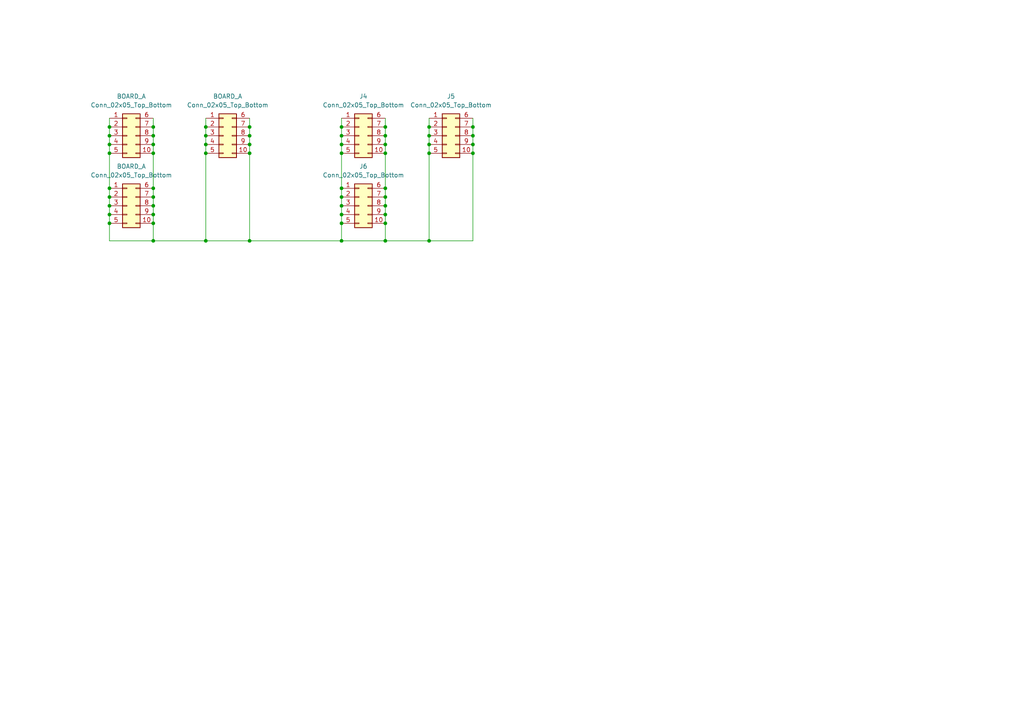
<source format=kicad_sch>
(kicad_sch (version 20211123) (generator eeschema)
  (paper "A4")
  (lib_symbols
    (symbol "Connector_Generic:Conn_02x05_Top_Bottom" (pin_names (offset 1.016) hide)
      (property "Reference" "J" (at 1.27 7.62 0))
      (property "Value" "Conn_02x05_Top_Bottom" (at 1.27 -7.62 0))
      (symbol "Conn_02x05_Top_Bottom_1_1"
        (rectangle (start -1.27 -4.953) (end 0 -5.207) (stroke (width 0.1524)))
        (rectangle (start -1.27 -2.413) (end 0 -2.667) (stroke (width 0.1524)))
        (rectangle (start -1.27 0.127) (end 0 -0.127) (stroke (width 0.1524)))
        (rectangle (start -1.27 2.667) (end 0 2.413) (stroke (width 0.1524)))
        (rectangle (start -1.27 5.207) (end 0 4.953) (stroke (width 0.1524)))
        (rectangle (start -1.27 6.35) (end 3.81 -6.35) (stroke (width 0.254)) (fill (type background)))
        (rectangle (start 3.81 -4.953) (end 2.54 -5.207) (stroke (width 0.1524)))
        (rectangle (start 3.81 -2.413) (end 2.54 -2.667) (stroke (width 0.1524)))
        (rectangle (start 3.81 0.127) (end 2.54 -0.127) (stroke (width 0.1524)))
        (rectangle (start 3.81 2.667) (end 2.54 2.413) (stroke (width 0.1524)))
        (rectangle (start 3.81 5.207) (end 2.54 4.953) (stroke (width 0.1524)))
        (pin passive line (at -5.08 5.08 0) (length 3.81) (name "Pin_1") (number "1"))
        (pin passive line (at 7.62 -5.08 180) (length 3.81) (name "Pin_10") (number "10"))
        (pin passive line (at -5.08 2.54 0) (length 3.81) (name "Pin_2") (number "2"))
        (pin passive line (at -5.08 0 0) (length 3.81) (name "Pin_3") (number "3"))
        (pin passive line (at -5.08 -2.54 0) (length 3.81) (name "Pin_4") (number "4"))
        (pin passive line (at -5.08 -5.08 0) (length 3.81) (name "Pin_5") (number "5"))
        (pin passive line (at 7.62 5.08 180) (length 3.81) (name "Pin_6") (number "6"))
        (pin passive line (at 7.62 2.54 180) (length 3.81) (name "Pin_7") (number "7"))
        (pin passive line (at 7.62 0 180) (length 3.81) (name "Pin_8") (number "8"))
        (pin passive line (at 7.62 -2.54 180) (length 3.81) (name "Pin_9") (number "9"))
      )
    )
  )
  (junction (at 72.39 39.37))
  (junction (at 44.45 59.69))
  (junction (at 99.06 44.45))
  (junction (at 72.39 36.83))
  (junction (at 99.06 36.83))
  (junction (at 44.45 44.45))
  (junction (at 31.75 39.37))
  (junction (at 124.46 69.85))
  (junction (at 44.45 62.23))
  (junction (at 72.39 44.45))
  (junction (at 59.69 44.45))
  (junction (at 44.45 41.91))
  (junction (at 31.75 41.91))
  (junction (at 44.45 57.15))
  (junction (at 137.16 41.91))
  (junction (at 111.76 36.83))
  (junction (at 99.06 54.61))
  (junction (at 124.46 36.83))
  (junction (at 99.06 69.85))
  (junction (at 31.75 36.83))
  (junction (at 99.06 57.15))
  (junction (at 137.16 44.45))
  (junction (at 137.16 36.83))
  (junction (at 72.39 41.91))
  (junction (at 137.16 39.37))
  (junction (at 99.06 64.77))
  (junction (at 31.75 64.77))
  (junction (at 99.06 62.23))
  (junction (at 31.75 59.69))
  (junction (at 59.69 36.83))
  (junction (at 31.75 57.15))
  (junction (at 44.45 54.61))
  (junction (at 59.69 41.91))
  (junction (at 111.76 57.15))
  (junction (at 31.75 54.61))
  (junction (at 59.69 39.37))
  (junction (at 124.46 39.37))
  (junction (at 124.46 44.45))
  (junction (at 59.69 69.85))
  (junction (at 72.39 69.85))
  (junction (at 31.75 44.45))
  (junction (at 111.76 44.45))
  (junction (at 111.76 59.69))
  (junction (at 99.06 39.37))
  (junction (at 44.45 36.83))
  (junction (at 111.76 39.37))
  (junction (at 44.45 64.77))
  (junction (at 44.45 69.85))
  (junction (at 111.76 54.61))
  (junction (at 111.76 69.85))
  (junction (at 99.06 41.91))
  (junction (at 124.46 41.91))
  (junction (at 111.76 41.91))
  (junction (at 111.76 64.77))
  (junction (at 31.75 62.23))
  (junction (at 111.76 62.23))
  (junction (at 44.45 39.37))
  (junction (at 99.06 59.69))
  (wire (pts (xy 59.69 39.37) (xy 59.69 41.91)))
  (wire (pts (xy 99.06 34.29) (xy 99.06 36.83)))
  (wire (pts (xy 59.69 41.91) (xy 59.69 44.45)))
  (wire (pts (xy 72.39 41.91) (xy 72.39 44.45)))
  (wire (pts (xy 31.75 36.83) (xy 31.75 39.37)))
  (wire (pts (xy 31.75 54.61) (xy 31.75 57.15)))
  (wire (pts (xy 137.16 69.85) (xy 124.46 69.85)))
  (wire (pts (xy 44.45 54.61) (xy 44.45 57.15)))
  (wire (pts (xy 44.45 64.77) (xy 44.45 69.85)))
  (wire (pts (xy 72.39 39.37) (xy 72.39 41.91)))
  (wire (pts (xy 44.45 36.83) (xy 44.45 39.37)))
  (wire (pts (xy 31.75 69.85) (xy 44.45 69.85)))
  (wire (pts (xy 72.39 34.29) (xy 72.39 36.83)))
  (wire (pts (xy 72.39 36.83) (xy 72.39 39.37)))
  (wire (pts (xy 111.76 41.91) (xy 111.76 44.45)))
  (wire (pts (xy 44.45 62.23) (xy 44.45 64.77)))
  (wire (pts (xy 111.76 64.77) (xy 111.76 69.85)))
  (wire (pts (xy 59.69 34.29) (xy 59.69 36.83)))
  (wire (pts (xy 59.69 36.83) (xy 59.69 39.37)))
  (wire (pts (xy 111.76 54.61) (xy 111.76 57.15)))
  (wire (pts (xy 137.16 36.83) (xy 137.16 39.37)))
  (wire (pts (xy 99.06 57.15) (xy 99.06 59.69)))
  (wire (pts (xy 124.46 34.29) (xy 124.46 36.83)))
  (wire (pts (xy 111.76 57.15) (xy 111.76 59.69)))
  (wire (pts (xy 137.16 39.37) (xy 137.16 41.91)))
  (wire (pts (xy 124.46 44.45) (xy 124.46 69.85)))
  (wire (pts (xy 44.45 69.85) (xy 59.69 69.85)))
  (wire (pts (xy 111.76 59.69) (xy 111.76 62.23)))
  (wire (pts (xy 137.16 34.29) (xy 137.16 36.83)))
  (wire (pts (xy 99.06 36.83) (xy 99.06 39.37)))
  (wire (pts (xy 99.06 64.77) (xy 99.06 69.85)))
  (wire (pts (xy 72.39 44.45) (xy 72.39 69.85)))
  (wire (pts (xy 44.45 34.29) (xy 44.45 36.83)))
  (wire (pts (xy 31.75 41.91) (xy 31.75 44.45)))
  (wire (pts (xy 31.75 64.77) (xy 31.75 69.85)))
  (wire (pts (xy 44.45 39.37) (xy 44.45 41.91)))
  (wire (pts (xy 99.06 54.61) (xy 99.06 57.15)))
  (wire (pts (xy 72.39 69.85) (xy 59.69 69.85)))
  (wire (pts (xy 44.45 44.45) (xy 44.45 54.61)))
  (wire (pts (xy 124.46 41.91) (xy 124.46 44.45)))
  (wire (pts (xy 124.46 39.37) (xy 124.46 41.91)))
  (wire (pts (xy 111.76 44.45) (xy 111.76 54.61)))
  (wire (pts (xy 31.75 34.29) (xy 31.75 36.83)))
  (wire (pts (xy 111.76 69.85) (xy 124.46 69.85)))
  (wire (pts (xy 111.76 36.83) (xy 111.76 39.37)))
  (wire (pts (xy 44.45 57.15) (xy 44.45 59.69)))
  (wire (pts (xy 31.75 62.23) (xy 31.75 64.77)))
  (wire (pts (xy 59.69 44.45) (xy 59.69 69.85)))
  (wire (pts (xy 124.46 36.83) (xy 124.46 39.37)))
  (wire (pts (xy 31.75 57.15) (xy 31.75 59.69)))
  (wire (pts (xy 137.16 41.91) (xy 137.16 44.45)))
  (wire (pts (xy 111.76 69.85) (xy 99.06 69.85)))
  (wire (pts (xy 31.75 39.37) (xy 31.75 41.91)))
  (wire (pts (xy 111.76 34.29) (xy 111.76 36.83)))
  (wire (pts (xy 44.45 59.69) (xy 44.45 62.23)))
  (wire (pts (xy 111.76 62.23) (xy 111.76 64.77)))
  (wire (pts (xy 111.76 39.37) (xy 111.76 41.91)))
  (wire (pts (xy 99.06 41.91) (xy 99.06 44.45)))
  (wire (pts (xy 44.45 41.91) (xy 44.45 44.45)))
  (wire (pts (xy 99.06 39.37) (xy 99.06 41.91)))
  (wire (pts (xy 31.75 44.45) (xy 31.75 54.61)))
  (wire (pts (xy 99.06 62.23) (xy 99.06 64.77)))
  (wire (pts (xy 31.75 59.69) (xy 31.75 62.23)))
  (wire (pts (xy 99.06 44.45) (xy 99.06 54.61)))
  (wire (pts (xy 137.16 44.45) (xy 137.16 69.85)))
  (wire (pts (xy 99.06 59.69) (xy 99.06 62.23)))
  (wire (pts (xy 72.39 69.85) (xy 99.06 69.85)))
  (symbol (lib_id "Connector_Generic:Conn_02x05_Top_Bottom") (at 104.14 39.37 0) (unit 1)
    (property "Reference" "J4" (at 105.41 27.94 0))
    (property "Value" "Conn_02x05_Top_Bottom" (at 105.41 30.48 0))
    (property "Footprint" "Connector_PinSocket_2.54mm:PinSocket_2x05_P2.54mm_Vertical" (effects hide))
  )
  (symbol (lib_id "Connector_Generic:Conn_02x05_Top_Bottom") (at 129.54 39.37 0) (unit 1)
    (property "Reference" "J5" (at 130.81 27.94 0))
    (property "Value" "Conn_02x05_Top_Bottom" (at 130.81 30.48 0))
    (property "Footprint" "Connector_PinSocket_2.54mm:PinSocket_2x05_P2.54mm_Vertical" (effects hide))
  )
  (symbol (lib_id "Connector_Generic:Conn_02x05_Top_Bottom") (at 104.14 59.69 0) (unit 1)
    (property "Reference" "J6" (at 105.41 48.26 0))
    (property "Value" "Conn_02x05_Top_Bottom" (at 105.41 50.8 0))
    (property "Footprint" "Connector_PinSocket_2.54mm:PinSocket_2x05_P2.54mm_Vertical" (effects hide))
  )
  (symbol (lib_id "Connector_Generic:Conn_02x05_Top_Bottom") (at 64.77 39.37 0) (unit 1)
    (property "Reference" "BOARD_A" (at 66.04 27.94 0))
    (property "Value" "Conn_02x05_Top_Bottom" (at 66.04 30.48 0))
    (property "Footprint" "Connector_PinSocket_2.54mm:PinSocket_2x05_P2.54mm_Vertical" (effects hide))
  )
  (symbol (lib_id "Connector_Generic:Conn_02x05_Top_Bottom") (at 36.83 59.69 0) (unit 1)
    (property "Reference" "BOARD_A" (at 38.1 48.26 0))
    (property "Value" "Conn_02x05_Top_Bottom" (at 38.1 50.8 0))
    (property "Footprint" "Connector_PinSocket_2.54mm:PinSocket_2x05_P2.54mm_Vertical" (effects hide))
  )
  (symbol (lib_id "Connector_Generic:Conn_02x05_Top_Bottom") (at 36.83 39.37 0) (unit 1)
    (property "Reference" "BOARD_A" (at 38.1 27.94 0))
    (property "Value" "Conn_02x05_Top_Bottom" (at 38.1 30.48 0))
    (property "Footprint" "Connector_PinSocket_2.54mm:PinSocket_2x05_P2.54mm_Vertical" (effects hide))
  )
)
</source>
